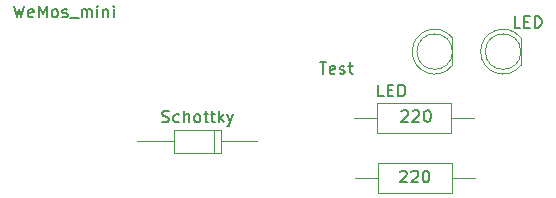
<source format=gbr>
G04 #@! TF.FileFunction,Other,Fab,Top*
%FSLAX46Y46*%
G04 Gerber Fmt 4.6, Leading zero omitted, Abs format (unit mm)*
G04 Created by KiCad (PCBNEW 4.0.2+dfsg1-stable) date mié 25 sep 2019 12:34:31 CEST*
%MOMM*%
G01*
G04 APERTURE LIST*
%ADD10C,0.100000*%
%ADD11C,0.150000*%
G04 APERTURE END LIST*
D10*
X108942555Y-44656124D02*
G75*
G03X108942000Y-46987790I-1500555J-1165476D01*
G01*
X108942000Y-45821600D02*
G75*
G03X108942000Y-45821600I-1500000J0D01*
G01*
X108942000Y-46987790D02*
X108942000Y-44655410D01*
X103151355Y-44656124D02*
G75*
G03X103150800Y-46987790I-1500555J-1165476D01*
G01*
X103150800Y-45821600D02*
G75*
G03X103150800Y-45821600I-1500000J0D01*
G01*
X103150800Y-46987790D02*
X103150800Y-44655410D01*
X83559400Y-54416200D02*
X83559400Y-52416200D01*
X83559400Y-52416200D02*
X79559400Y-52416200D01*
X79559400Y-52416200D02*
X79559400Y-54416200D01*
X79559400Y-54416200D02*
X83559400Y-54416200D01*
X86639400Y-53416200D02*
X83559400Y-53416200D01*
X76479400Y-53416200D02*
X79559400Y-53416200D01*
X82959400Y-54416200D02*
X82959400Y-52416200D01*
X103124400Y-57765000D02*
X103124400Y-55265000D01*
X103124400Y-55265000D02*
X96824400Y-55265000D01*
X96824400Y-55265000D02*
X96824400Y-57765000D01*
X96824400Y-57765000D02*
X103124400Y-57765000D01*
X105054400Y-56515000D02*
X103124400Y-56515000D01*
X94894400Y-56515000D02*
X96824400Y-56515000D01*
X103060900Y-52685000D02*
X103060900Y-50185000D01*
X103060900Y-50185000D02*
X96760900Y-50185000D01*
X96760900Y-50185000D02*
X96760900Y-52685000D01*
X96760900Y-52685000D02*
X103060900Y-52685000D01*
X104990900Y-51435000D02*
X103060900Y-51435000D01*
X94830900Y-51435000D02*
X96760900Y-51435000D01*
D11*
X108894643Y-43822881D02*
X108418452Y-43822881D01*
X108418452Y-42822881D01*
X109227976Y-43299071D02*
X109561310Y-43299071D01*
X109704167Y-43822881D02*
X109227976Y-43822881D01*
X109227976Y-42822881D01*
X109704167Y-42822881D01*
X110132738Y-43822881D02*
X110132738Y-42822881D01*
X110370833Y-42822881D01*
X110513691Y-42870500D01*
X110608929Y-42965738D01*
X110656548Y-43060976D01*
X110704167Y-43251452D01*
X110704167Y-43394310D01*
X110656548Y-43584786D01*
X110608929Y-43680024D01*
X110513691Y-43775262D01*
X110370833Y-43822881D01*
X110132738Y-43822881D01*
X97350343Y-49614081D02*
X96874152Y-49614081D01*
X96874152Y-48614081D01*
X97683676Y-49090271D02*
X98017010Y-49090271D01*
X98159867Y-49614081D02*
X97683676Y-49614081D01*
X97683676Y-48614081D01*
X98159867Y-48614081D01*
X98588438Y-49614081D02*
X98588438Y-48614081D01*
X98826533Y-48614081D01*
X98969391Y-48661700D01*
X99064629Y-48756938D01*
X99112248Y-48852176D01*
X99159867Y-49042652D01*
X99159867Y-49185510D01*
X99112248Y-49375986D01*
X99064629Y-49471224D01*
X98969391Y-49566462D01*
X98826533Y-49614081D01*
X98588438Y-49614081D01*
X78583209Y-51760962D02*
X78726066Y-51808581D01*
X78964162Y-51808581D01*
X79059400Y-51760962D01*
X79107019Y-51713343D01*
X79154638Y-51618105D01*
X79154638Y-51522867D01*
X79107019Y-51427629D01*
X79059400Y-51380010D01*
X78964162Y-51332390D01*
X78773685Y-51284771D01*
X78678447Y-51237152D01*
X78630828Y-51189533D01*
X78583209Y-51094295D01*
X78583209Y-50999057D01*
X78630828Y-50903819D01*
X78678447Y-50856200D01*
X78773685Y-50808581D01*
X79011781Y-50808581D01*
X79154638Y-50856200D01*
X80011781Y-51760962D02*
X79916543Y-51808581D01*
X79726066Y-51808581D01*
X79630828Y-51760962D01*
X79583209Y-51713343D01*
X79535590Y-51618105D01*
X79535590Y-51332390D01*
X79583209Y-51237152D01*
X79630828Y-51189533D01*
X79726066Y-51141914D01*
X79916543Y-51141914D01*
X80011781Y-51189533D01*
X80440352Y-51808581D02*
X80440352Y-50808581D01*
X80868924Y-51808581D02*
X80868924Y-51284771D01*
X80821305Y-51189533D01*
X80726067Y-51141914D01*
X80583209Y-51141914D01*
X80487971Y-51189533D01*
X80440352Y-51237152D01*
X81487971Y-51808581D02*
X81392733Y-51760962D01*
X81345114Y-51713343D01*
X81297495Y-51618105D01*
X81297495Y-51332390D01*
X81345114Y-51237152D01*
X81392733Y-51189533D01*
X81487971Y-51141914D01*
X81630829Y-51141914D01*
X81726067Y-51189533D01*
X81773686Y-51237152D01*
X81821305Y-51332390D01*
X81821305Y-51618105D01*
X81773686Y-51713343D01*
X81726067Y-51760962D01*
X81630829Y-51808581D01*
X81487971Y-51808581D01*
X82107019Y-51141914D02*
X82487971Y-51141914D01*
X82249876Y-50808581D02*
X82249876Y-51665724D01*
X82297495Y-51760962D01*
X82392733Y-51808581D01*
X82487971Y-51808581D01*
X82678448Y-51141914D02*
X83059400Y-51141914D01*
X82821305Y-50808581D02*
X82821305Y-51665724D01*
X82868924Y-51760962D01*
X82964162Y-51808581D01*
X83059400Y-51808581D01*
X83392734Y-51808581D02*
X83392734Y-50808581D01*
X83487972Y-51427629D02*
X83773687Y-51808581D01*
X83773687Y-51141914D02*
X83392734Y-51522867D01*
X84107020Y-51141914D02*
X84345115Y-51808581D01*
X84583211Y-51141914D02*
X84345115Y-51808581D01*
X84249877Y-52046676D01*
X84202258Y-52094295D01*
X84107020Y-52141914D01*
X91909638Y-46709981D02*
X92481067Y-46709981D01*
X92195352Y-47709981D02*
X92195352Y-46709981D01*
X93195353Y-47662362D02*
X93100115Y-47709981D01*
X92909638Y-47709981D01*
X92814400Y-47662362D01*
X92766781Y-47567124D01*
X92766781Y-47186171D01*
X92814400Y-47090933D01*
X92909638Y-47043314D01*
X93100115Y-47043314D01*
X93195353Y-47090933D01*
X93242972Y-47186171D01*
X93242972Y-47281410D01*
X92766781Y-47376648D01*
X93623924Y-47662362D02*
X93719162Y-47709981D01*
X93909638Y-47709981D01*
X94004877Y-47662362D01*
X94052496Y-47567124D01*
X94052496Y-47519505D01*
X94004877Y-47424267D01*
X93909638Y-47376648D01*
X93766781Y-47376648D01*
X93671543Y-47329029D01*
X93623924Y-47233790D01*
X93623924Y-47186171D01*
X93671543Y-47090933D01*
X93766781Y-47043314D01*
X93909638Y-47043314D01*
X94004877Y-47090933D01*
X94338210Y-47043314D02*
X94719162Y-47043314D01*
X94481067Y-46709981D02*
X94481067Y-47567124D01*
X94528686Y-47662362D01*
X94623924Y-47709981D01*
X94719162Y-47709981D01*
X98736305Y-55986419D02*
X98783924Y-55938800D01*
X98879162Y-55891181D01*
X99117258Y-55891181D01*
X99212496Y-55938800D01*
X99260115Y-55986419D01*
X99307734Y-56081657D01*
X99307734Y-56176895D01*
X99260115Y-56319752D01*
X98688686Y-56891181D01*
X99307734Y-56891181D01*
X99688686Y-55986419D02*
X99736305Y-55938800D01*
X99831543Y-55891181D01*
X100069639Y-55891181D01*
X100164877Y-55938800D01*
X100212496Y-55986419D01*
X100260115Y-56081657D01*
X100260115Y-56176895D01*
X100212496Y-56319752D01*
X99641067Y-56891181D01*
X100260115Y-56891181D01*
X100879162Y-55891181D02*
X100974401Y-55891181D01*
X101069639Y-55938800D01*
X101117258Y-55986419D01*
X101164877Y-56081657D01*
X101212496Y-56272133D01*
X101212496Y-56510229D01*
X101164877Y-56700705D01*
X101117258Y-56795943D01*
X101069639Y-56843562D01*
X100974401Y-56891181D01*
X100879162Y-56891181D01*
X100783924Y-56843562D01*
X100736305Y-56795943D01*
X100688686Y-56700705D01*
X100641067Y-56510229D01*
X100641067Y-56272133D01*
X100688686Y-56081657D01*
X100736305Y-55986419D01*
X100783924Y-55938800D01*
X100879162Y-55891181D01*
X98837905Y-50855619D02*
X98885524Y-50808000D01*
X98980762Y-50760381D01*
X99218858Y-50760381D01*
X99314096Y-50808000D01*
X99361715Y-50855619D01*
X99409334Y-50950857D01*
X99409334Y-51046095D01*
X99361715Y-51188952D01*
X98790286Y-51760381D01*
X99409334Y-51760381D01*
X99790286Y-50855619D02*
X99837905Y-50808000D01*
X99933143Y-50760381D01*
X100171239Y-50760381D01*
X100266477Y-50808000D01*
X100314096Y-50855619D01*
X100361715Y-50950857D01*
X100361715Y-51046095D01*
X100314096Y-51188952D01*
X99742667Y-51760381D01*
X100361715Y-51760381D01*
X100980762Y-50760381D02*
X101076001Y-50760381D01*
X101171239Y-50808000D01*
X101218858Y-50855619D01*
X101266477Y-50950857D01*
X101314096Y-51141333D01*
X101314096Y-51379429D01*
X101266477Y-51569905D01*
X101218858Y-51665143D01*
X101171239Y-51712762D01*
X101076001Y-51760381D01*
X100980762Y-51760381D01*
X100885524Y-51712762D01*
X100837905Y-51665143D01*
X100790286Y-51569905D01*
X100742667Y-51379429D01*
X100742667Y-51141333D01*
X100790286Y-50950857D01*
X100837905Y-50855619D01*
X100885524Y-50808000D01*
X100980762Y-50760381D01*
X66045296Y-41921181D02*
X66283391Y-42921181D01*
X66473868Y-42206895D01*
X66664344Y-42921181D01*
X66902439Y-41921181D01*
X67664344Y-42873562D02*
X67569106Y-42921181D01*
X67378629Y-42921181D01*
X67283391Y-42873562D01*
X67235772Y-42778324D01*
X67235772Y-42397371D01*
X67283391Y-42302133D01*
X67378629Y-42254514D01*
X67569106Y-42254514D01*
X67664344Y-42302133D01*
X67711963Y-42397371D01*
X67711963Y-42492610D01*
X67235772Y-42587848D01*
X68140534Y-42921181D02*
X68140534Y-41921181D01*
X68473868Y-42635467D01*
X68807201Y-41921181D01*
X68807201Y-42921181D01*
X69426248Y-42921181D02*
X69331010Y-42873562D01*
X69283391Y-42825943D01*
X69235772Y-42730705D01*
X69235772Y-42444990D01*
X69283391Y-42349752D01*
X69331010Y-42302133D01*
X69426248Y-42254514D01*
X69569106Y-42254514D01*
X69664344Y-42302133D01*
X69711963Y-42349752D01*
X69759582Y-42444990D01*
X69759582Y-42730705D01*
X69711963Y-42825943D01*
X69664344Y-42873562D01*
X69569106Y-42921181D01*
X69426248Y-42921181D01*
X70140534Y-42873562D02*
X70235772Y-42921181D01*
X70426248Y-42921181D01*
X70521487Y-42873562D01*
X70569106Y-42778324D01*
X70569106Y-42730705D01*
X70521487Y-42635467D01*
X70426248Y-42587848D01*
X70283391Y-42587848D01*
X70188153Y-42540229D01*
X70140534Y-42444990D01*
X70140534Y-42397371D01*
X70188153Y-42302133D01*
X70283391Y-42254514D01*
X70426248Y-42254514D01*
X70521487Y-42302133D01*
X70759582Y-43016419D02*
X71521487Y-43016419D01*
X71759582Y-42921181D02*
X71759582Y-42254514D01*
X71759582Y-42349752D02*
X71807201Y-42302133D01*
X71902439Y-42254514D01*
X72045297Y-42254514D01*
X72140535Y-42302133D01*
X72188154Y-42397371D01*
X72188154Y-42921181D01*
X72188154Y-42397371D02*
X72235773Y-42302133D01*
X72331011Y-42254514D01*
X72473868Y-42254514D01*
X72569106Y-42302133D01*
X72616725Y-42397371D01*
X72616725Y-42921181D01*
X73092915Y-42921181D02*
X73092915Y-42254514D01*
X73092915Y-41921181D02*
X73045296Y-41968800D01*
X73092915Y-42016419D01*
X73140534Y-41968800D01*
X73092915Y-41921181D01*
X73092915Y-42016419D01*
X73569105Y-42254514D02*
X73569105Y-42921181D01*
X73569105Y-42349752D02*
X73616724Y-42302133D01*
X73711962Y-42254514D01*
X73854820Y-42254514D01*
X73950058Y-42302133D01*
X73997677Y-42397371D01*
X73997677Y-42921181D01*
X74473867Y-42921181D02*
X74473867Y-42254514D01*
X74473867Y-41921181D02*
X74426248Y-41968800D01*
X74473867Y-42016419D01*
X74521486Y-41968800D01*
X74473867Y-41921181D01*
X74473867Y-42016419D01*
M02*

</source>
